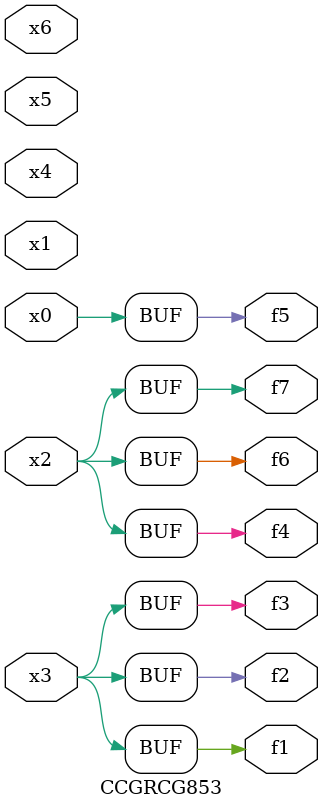
<source format=v>
module CCGRCG853(
	input x0, x1, x2, x3, x4, x5, x6,
	output f1, f2, f3, f4, f5, f6, f7
);
	assign f1 = x3;
	assign f2 = x3;
	assign f3 = x3;
	assign f4 = x2;
	assign f5 = x0;
	assign f6 = x2;
	assign f7 = x2;
endmodule

</source>
